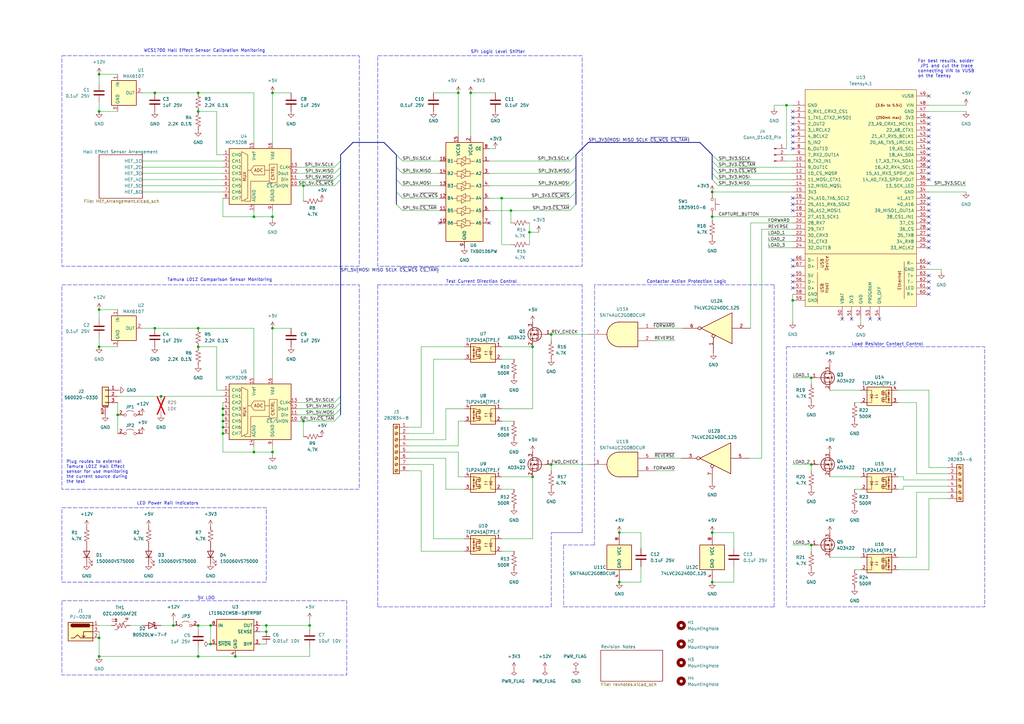
<source format=kicad_sch>
(kicad_sch (version 20230121) (generator eeschema)
  (paper "A3")
  (title_block (title "WCS1700 Calibrator") (date "2023-08-08") (rev "2.0") (comment 1 "Ed Katynski") (comment 2 "(PENDING REVIEW)"))
  (junction (at 292.1 88.9))
  (junction (at 127 256.54))
  (junction (at 91.44 172.72))
  (junction (at 111.76 134.62))
  (junction (at 91.44 167.64))
  (junction (at 205.74 81.28))
  (junction (at 292.1 238.76))
  (junction (at 226.06 190.5))
  (junction (at 86.36 256.54))
  (junction (at 86.36 264.16))
  (junction (at 81.28 256.54))
  (junction (at 63.5 38.1))
  (junction (at 40.64 45.72))
  (junction (at 193.04 38.1))
  (junction (at 40.64 269.24))
  (junction (at 91.44 177.8))
  (junction (at 292.1 218.44))
  (junction (at 48.26 170.18))
  (junction (at 66.04 162.56))
  (junction (at 91.44 170.18))
  (junction (at 217.17 95.25))
  (junction (at 209.55 86.36))
  (junction (at 322.58 43.18))
  (junction (at 332.74 223.52))
  (junction (at 81.28 38.1))
  (junction (at 124.46 172.72))
  (junction (at 81.28 134.62))
  (junction (at 187.96 38.1))
  (junction (at 109.22 256.54))
  (junction (at 109.22 259.08))
  (junction (at 91.44 175.26))
  (junction (at 96.52 269.24))
  (junction (at 40.64 261.62))
  (junction (at 71.12 256.54))
  (junction (at 40.64 30.48))
  (junction (at 40.64 127))
  (junction (at 332.74 154.94))
  (junction (at 325.12 123.19))
  (junction (at 254 218.44))
  (junction (at 254 238.76))
  (junction (at 111.76 88.9))
  (junction (at 104.14 185.42))
  (junction (at 81.28 45.72))
  (junction (at 332.74 190.5))
  (junction (at 111.76 38.1))
  (junction (at 218.44 195.58))
  (junction (at 111.76 185.42))
  (junction (at 226.06 137.16))
  (junction (at 40.64 142.24))
  (junction (at 63.5 134.62))
  (junction (at 81.28 269.24))
  (junction (at 81.28 142.24))
  (junction (at 292.1 78.74))
  (junction (at 218.44 142.24))
  (junction (at 104.14 88.9))
  (junction (at 124.46 76.2))
  (no_connect (at 381 93.98))
  (no_connect (at 381 91.44))
  (no_connect (at 381 53.34))
  (no_connect (at 381 60.96))
  (no_connect (at 180.34 91.44))
  (no_connect (at 381 101.6))
  (no_connect (at 325.12 45.72))
  (no_connect (at 381 96.52))
  (no_connect (at 381 99.06))
  (no_connect (at 381 88.9))
  (no_connect (at 325.12 113.03))
  (no_connect (at 381 113.03))
  (no_connect (at 325.12 109.22))
  (no_connect (at 325.12 115.57))
  (no_connect (at 381 50.8))
  (no_connect (at 325.12 53.34))
  (no_connect (at 381 39.37))
  (no_connect (at 345.44 130.81))
  (no_connect (at 325.12 55.88))
  (no_connect (at 325.12 118.11))
  (no_connect (at 381 66.04))
  (no_connect (at 381 115.57))
  (no_connect (at 381 68.58))
  (no_connect (at 360.68 130.81))
  (no_connect (at 381 83.82))
  (no_connect (at 325.12 48.26))
  (no_connect (at 381 55.88))
  (no_connect (at 349.25 130.81))
  (no_connect (at 381 118.11))
  (no_connect (at 325.12 50.8))
  (no_connect (at 381 81.28))
  (no_connect (at 381 58.42))
  (no_connect (at 325.12 60.96))
  (no_connect (at 325.12 58.42))
  (no_connect (at 381 63.5))
  (no_connect (at 200.66 91.44))
  (no_connect (at 381 48.26))
  (no_connect (at 325.12 86.36))
  (no_connect (at 381 73.66))
  (no_connect (at 325.12 83.82))
  (no_connect (at 381 86.36))
  (no_connect (at 381 120.65))
  (no_connect (at 381 71.12))
  (no_connect (at 356.87 130.81))
  (no_connect (at 325.12 81.28))
  (no_connect (at 325.12 106.68))
  (no_connect (at 381 107.95))
  (bus_entry (at 292.1 71.12) (size 2.54 2.54))
  (bus_entry (at 292.1 63.5) (size 2.54 2.54))
  (bus_entry (at 137.16 172.72) (size 2.54 -2.54))
  (bus_entry (at 137.16 73.66) (size 2.54 -2.54))
  (bus_entry (at 162.56 73.66) (size 2.54 2.54))
  (bus_entry (at 236.22 68.58) (size -2.54 2.54))
  (bus_entry (at 137.16 76.2) (size 2.54 -2.54))
  (bus_entry (at 137.16 71.12) (size 2.54 -2.54))
  (bus_entry (at 162.56 68.58) (size 2.54 2.54))
  (bus_entry (at 236.22 83.82) (size -2.54 2.54))
  (bus_entry (at 162.56 63.5) (size 2.54 2.54))
  (bus_entry (at 236.22 63.5) (size -2.54 2.54))
  (bus_entry (at 236.22 73.66) (size -2.54 2.54))
  (bus_entry (at 137.16 167.64) (size 2.54 -2.54))
  (bus_entry (at 162.56 83.82) (size 2.54 2.54))
  (bus_entry (at 292.1 66.04) (size 2.54 2.54))
  (bus_entry (at 137.16 165.1) (size 2.54 -2.54))
  (bus_entry (at 236.22 78.74) (size -2.54 2.54))
  (bus_entry (at 292.1 73.66) (size 2.54 2.54))
  (bus_entry (at 137.16 170.18) (size 2.54 -2.54))
  (bus_entry (at 292.1 68.58) (size 2.54 2.54))
  (bus_entry (at 162.56 78.74) (size 2.54 2.54))
  (bus_entry (at 137.16 68.58) (size 2.54 -2.54))
  (polyline (pts (xy 231.14 248.92) (xy 317.5 248.92)) (stroke (width 0) (type dash)))
  (wire (pts (xy 209.55 86.36) (xy 233.68 86.36)))
  (wire (pts (xy 292.1 88.9) (xy 325.12 88.9)))
  (wire (pts (xy 91.44 88.9) (xy 104.14 88.9)))
  (wire (pts (xy 96.52 269.24) (xy 127 269.24)))
  (wire (pts (xy 40.64 30.48) (xy 48.26 30.48)))
  (wire (pts (xy 172.72 193.04) (xy 172.72 226.06)))
  (polyline (pts (xy 231.14 223.52) (xy 231.14 248.92)) (stroke (width 0) (type dash)))
  (wire (pts (xy 48.26 170.18) (xy 48.26 177.8)))
  (wire (pts (xy 81.28 258.064) (xy 81.28 256.54)))
  (wire (pts (xy 368.3 200.66) (xy 370.586 200.66)))
  (wire (pts (xy 106.68 259.08) (xy 109.22 259.08)))
  (wire (pts (xy 172.72 175.26) (xy 172.72 142.24)))
  (wire (pts (xy 58.42 68.58) (xy 91.44 68.58)))
  (wire (pts (xy 104.14 86.36) (xy 104.14 88.9)))
  (wire (pts (xy 111.76 90.17) (xy 111.76 88.9)))
  (wire (pts (xy 386.08 111.76) (xy 386.08 110.49)))
  (wire (pts (xy 121.92 71.12) (xy 137.16 71.12)))
  (wire (pts (xy 325.12 120.65) (xy 325.12 123.19)))
  (wire (pts (xy 40.64 30.48) (xy 40.64 34.29)))
  (wire (pts (xy 368.3 195.58) (xy 370.586 195.58)))
  (wire (pts (xy 48.26 162.56) (xy 66.04 162.56)))
  (wire (pts (xy 350.52 200.66) (xy 353.06 200.66)))
  (wire (pts (xy 104.14 38.1) (xy 104.14 58.42)))
  (wire (pts (xy 350.52 165.1) (xy 353.06 165.1)))
  (wire (pts (xy 375.92 228.6) (xy 375.92 201.93)))
  (wire (pts (xy 91.44 165.1) (xy 91.44 167.64)))
  (wire (pts (xy 269.24 187.96) (xy 279.4 187.96)))
  (bus (pts (xy 236.22 63.5) (xy 241.3 58.42)))
  (wire (pts (xy 111.76 38.1) (xy 111.76 58.42)))
  (wire (pts (xy 375.92 165.1) (xy 375.92 194.31)))
  (wire (pts (xy 71.12 256.54) (xy 66.04 256.54)))
  (wire (pts (xy 182.88 180.34) (xy 182.88 167.64)))
  (wire (pts (xy 88.9 142.24) (xy 88.9 160.02)))
  (wire (pts (xy 325.12 132.08) (xy 325.12 123.19)))
  (wire (pts (xy 91.44 170.18) (xy 91.44 172.72)))
  (polyline (pts (xy 243.84 223.52) (xy 231.14 223.52)) (stroke (width 0) (type dash)))
  (wire (pts (xy 217.17 95.25) (xy 217.17 100.33)))
  (wire (pts (xy 167.64 193.04) (xy 172.72 193.04)))
  (wire (pts (xy 91.44 167.64) (xy 91.44 170.18)))
  (wire (pts (xy 86.36 256.54) (xy 86.36 264.16)))
  (wire (pts (xy 91.44 185.42) (xy 104.14 185.42)))
  (wire (pts (xy 167.64 180.34) (xy 182.88 180.34)))
  (wire (pts (xy 396.24 78.74) (xy 381 78.74)))
  (wire (pts (xy 200.66 66.04) (xy 233.68 66.04)))
  (wire (pts (xy 368.3 228.6) (xy 375.92 228.6)))
  (polyline (pts (xy 226.06 248.92) (xy 226.06 218.44)) (stroke (width 0) (type dash)))
  (wire (pts (xy 40.64 45.72) (xy 40.64 41.91)))
  (wire (pts (xy 294.64 71.12) (xy 325.12 71.12)))
  (wire (pts (xy 368.3 233.68) (xy 381 233.68)))
  (wire (pts (xy 332.74 193.04) (xy 332.74 190.5)))
  (bus (pts (xy 236.22 73.66) (xy 236.22 78.74)))
  (wire (pts (xy 167.64 182.88) (xy 187.96 182.88)))
  (wire (pts (xy 40.64 259.08) (xy 40.64 261.62)))
  (polyline (pts (xy 226.06 218.44) (xy 238.76 218.44)))
  (wire (pts (xy 182.88 187.96) (xy 182.88 200.66)))
  (wire (pts (xy 187.96 38.1) (xy 187.96 55.88)))
  (wire (pts (xy 40.64 142.24) (xy 40.64 138.43)))
  (wire (pts (xy 121.92 73.66) (xy 137.16 73.66)))
  (wire (pts (xy 353.06 132.334) (xy 353.06 130.81)))
  (wire (pts (xy 127 257.81) (xy 127 256.54)))
  (wire (pts (xy 180.34 76.2) (xy 165.1 76.2)))
  (wire (pts (xy 81.28 38.1) (xy 104.14 38.1)))
  (wire (pts (xy 91.44 175.26) (xy 91.44 177.8)))
  (polyline (pts (xy 154.94 116.84) (xy 154.94 248.92)) (stroke (width 0) (type dash)))
  (wire (pts (xy 124.46 172.72) (xy 137.16 172.72)))
  (wire (pts (xy 180.34 81.28) (xy 165.1 81.28)))
  (wire (pts (xy 340.36 228.6) (xy 353.06 228.6)))
  (wire (pts (xy 58.42 78.74) (xy 91.44 78.74)))
  (wire (pts (xy 193.04 38.1) (xy 193.04 55.88)))
  (wire (pts (xy 180.34 71.12) (xy 165.1 71.12)))
  (wire (pts (xy 322.58 63.5) (xy 325.12 63.5)))
  (wire (pts (xy 210.82 226.06) (xy 205.74 226.06)))
  (wire (pts (xy 58.42 134.62) (xy 63.5 134.62)))
  (wire (pts (xy 226.06 193.04) (xy 226.06 190.5)))
  (wire (pts (xy 40.64 127) (xy 40.64 130.81)))
  (wire (pts (xy 40.64 45.72) (xy 48.26 45.72)))
  (wire (pts (xy 172.72 142.24) (xy 190.5 142.24)))
  (wire (pts (xy 269.24 139.7) (xy 276.86 139.7)))
  (bus (pts (xy 236.22 63.5) (xy 236.22 68.58)))
  (wire (pts (xy 314.96 96.52) (xy 325.12 96.52)))
  (wire (pts (xy 88.9 45.72) (xy 81.28 45.72)))
  (wire (pts (xy 104.14 182.88) (xy 104.14 185.42)))
  (wire (pts (xy 182.88 200.66) (xy 190.5 200.66)))
  (wire (pts (xy 109.22 256.54) (xy 109.22 259.08)))
  (bus (pts (xy 236.22 78.74) (xy 236.22 83.82)))
  (wire (pts (xy 172.72 226.06) (xy 190.5 226.06)))
  (polyline (pts (xy 238.76 116.84) (xy 154.94 116.84)) (stroke (width 0) (type dash)))
  (wire (pts (xy 40.64 142.24) (xy 48.26 142.24)))
  (wire (pts (xy 312.42 93.98) (xy 325.12 93.98)))
  (wire (pts (xy 121.92 165.1) (xy 137.16 165.1)))
  (wire (pts (xy 218.44 142.24) (xy 218.44 167.64)))
  (wire (pts (xy 58.42 76.2) (xy 91.44 76.2)))
  (wire (pts (xy 312.42 93.98) (xy 312.42 187.96)))
  (bus (pts (xy 139.7 162.56) (xy 139.7 165.1)))
  (wire (pts (xy 368.3 160.02) (xy 381 160.02)))
  (wire (pts (xy 58.42 66.04) (xy 91.44 66.04)))
  (wire (pts (xy 370.586 195.58) (xy 370.586 196.85)))
  (wire (pts (xy 210.82 147.32) (xy 205.74 147.32)))
  (wire (pts (xy 314.96 99.06) (xy 325.12 99.06)))
  (wire (pts (xy 121.92 170.18) (xy 137.16 170.18)))
  (bus (pts (xy 162.56 63.5) (xy 157.48 58.42)))
  (wire (pts (xy 218.44 195.58) (xy 205.74 195.58)))
  (wire (pts (xy 269.24 134.62) (xy 279.908 134.62)))
  (wire (pts (xy 91.44 177.8) (xy 91.44 185.42)))
  (wire (pts (xy 205.74 81.28) (xy 233.68 81.28)))
  (wire (pts (xy 375.92 194.31) (xy 388.62 194.31)))
  (wire (pts (xy 81.28 142.24) (xy 88.9 142.24)))
  (wire (pts (xy 111.76 185.42) (xy 104.14 185.42)))
  (wire (pts (xy 124.46 82.55) (xy 124.46 76.2)))
  (bus (pts (xy 292.1 66.04) (xy 292.1 68.58)))
  (wire (pts (xy 340.36 160.02) (xy 353.06 160.02)))
  (wire (pts (xy 167.64 187.96) (xy 182.88 187.96)))
  (wire (pts (xy 177.8 220.98) (xy 190.5 220.98)))
  (wire (pts (xy 111.76 86.36) (xy 111.76 88.9)))
  (wire (pts (xy 226.06 137.16) (xy 241.3 137.16)))
  (wire (pts (xy 312.42 187.96) (xy 307.34 187.96)))
  (wire (pts (xy 111.76 134.62) (xy 119.38 134.62)))
  (wire (pts (xy 187.96 182.88) (xy 187.96 172.72)))
  (bus (pts (xy 236.22 68.58) (xy 236.22 73.66)))
  (wire (pts (xy 53.34 256.54) (xy 58.42 256.54)))
  (wire (pts (xy 40.64 269.24) (xy 81.28 269.24)))
  (wire (pts (xy 111.76 182.88) (xy 111.76 185.42)))
  (wire (pts (xy 218.44 195.58) (xy 218.44 220.98)))
  (wire (pts (xy 370.586 200.66) (xy 370.586 199.39)))
  (bus (pts (xy 139.7 68.58) (xy 139.7 71.12)))
  (wire (pts (xy 269.24 193.04) (xy 276.86 193.04)))
  (wire (pts (xy 322.58 43.18) (xy 322.58 60.96)))
  (wire (pts (xy 218.44 142.24) (xy 205.74 142.24)))
  (wire (pts (xy 381 191.77) (xy 388.62 191.77)))
  (wire (pts (xy 177.8 190.5) (xy 177.8 220.98)))
  (wire (pts (xy 332.74 223.52) (xy 325.12 223.52)))
  (wire (pts (xy 167.64 177.8) (xy 177.8 177.8)))
  (wire (pts (xy 121.92 68.58) (xy 137.16 68.58)))
  (wire (pts (xy 300.99 224.79) (xy 300.99 218.44)))
  (wire (pts (xy 66.04 162.56) (xy 91.44 162.56)))
  (wire (pts (xy 187.96 185.42) (xy 187.96 195.58)))
  (wire (pts (xy 40.64 127) (xy 48.26 127)))
  (wire (pts (xy 48.26 165.1) (xy 48.26 170.18)))
  (polyline (pts (xy 243.84 116.84) (xy 243.84 223.52)) (stroke (width 0) (type dash)))
  (bus (pts (xy 157.48 58.42) (xy 144.78 58.42)))
  (wire (pts (xy 381 160.02) (xy 381 191.77)))
  (wire (pts (xy 109.22 264.16) (xy 106.68 264.16)))
  (wire (pts (xy 81.28 269.24) (xy 96.52 269.24)))
  (wire (pts (xy 104.14 88.9) (xy 111.76 88.9)))
  (wire (pts (xy 332.74 226.06) (xy 332.74 223.52)))
  (wire (pts (xy 375.92 201.93) (xy 388.62 201.93)))
  (wire (pts (xy 210.82 172.72) (xy 205.74 172.72)))
  (wire (pts (xy 167.64 190.5) (xy 177.8 190.5)))
  (bus (pts (xy 287.02 58.42) (xy 292.1 63.5)))
  (wire (pts (xy 187.96 38.1) (xy 177.8 38.1)))
  (wire (pts (xy 307.848 91.44) (xy 325.12 91.44)))
  (bus (pts (xy 162.56 68.58) (xy 162.56 73.66)))
  (wire (pts (xy 205.74 100.33) (xy 205.74 81.28)))
  (bus (pts (xy 162.56 73.66) (xy 162.56 78.74)))
  (wire (pts (xy 127 254) (xy 127 256.54)))
  (wire (pts (xy 386.08 110.49) (xy 381 110.49)))
  (wire (pts (xy 332.74 157.48) (xy 332.74 154.94)))
  (wire (pts (xy 205.74 167.64) (xy 218.44 167.64)))
  (wire (pts (xy 332.74 190.5) (xy 325.12 190.5)))
  (wire (pts (xy 317.5 44.45) (xy 317.5 43.18)))
  (wire (pts (xy 203.2 60.96) (xy 200.66 60.96)))
  (wire (pts (xy 292.1 78.74) (xy 325.12 78.74)))
  (wire (pts (xy 292.1 90.17) (xy 292.1 88.9)))
  (bus (pts (xy 139.7 165.1) (xy 139.7 167.64)))
  (wire (pts (xy 322.58 43.18) (xy 325.12 43.18)))
  (wire (pts (xy 177.8 147.32) (xy 190.5 147.32)))
  (wire (pts (xy 127 265.43) (xy 127 269.24)))
  (wire (pts (xy 81.28 265.684) (xy 81.28 269.24)))
  (wire (pts (xy 314.96 101.6) (xy 325.12 101.6)))
  (polyline (pts (xy 154.94 248.92) (xy 226.06 248.92)) (stroke (width 0) (type dash)))
  (wire (pts (xy 381 233.68) (xy 381 204.47)))
  (wire (pts (xy 121.92 172.72) (xy 124.46 172.72)))
  (bus (pts (xy 292.1 71.12) (xy 292.1 73.66)))
  (wire (pts (xy 167.64 185.42) (xy 187.96 185.42)))
  (polyline (pts (xy 317.5 116.84) (xy 243.84 116.84)) (stroke (width 0) (type dash)))
  (wire (pts (xy 262.89 218.44) (xy 254 218.44)))
  (wire (pts (xy 205.74 220.98) (xy 218.44 220.98)))
  (wire (pts (xy 109.22 256.54) (xy 127 256.54)))
  (wire (pts (xy 209.55 100.33) (xy 205.74 100.33)))
  (wire (pts (xy 381 204.47) (xy 388.62 204.47)))
  (wire (pts (xy 300.99 238.76) (xy 292.1 238.76)))
  (wire (pts (xy 200.66 76.2) (xy 233.68 76.2)))
  (wire (pts (xy 209.55 86.36) (xy 209.55 91.44)))
  (wire (pts (xy 262.89 224.79) (xy 262.89 218.44)))
  (wire (pts (xy 40.64 256.54) (xy 45.72 256.54)))
  (wire (pts (xy 294.64 73.66) (xy 325.12 73.66)))
  (wire (pts (xy 187.96 172.72) (xy 190.5 172.72)))
  (bus (pts (xy 139.7 167.64) (xy 139.7 170.18)))
  (wire (pts (xy 111.76 186.69) (xy 111.76 185.42)))
  (bus (pts (xy 139.7 71.12) (xy 139.7 73.66)))
  (wire (pts (xy 370.586 199.39) (xy 388.62 199.39)))
  (wire (pts (xy 81.28 134.62) (xy 104.14 134.62)))
  (wire (pts (xy 91.44 63.5) (xy 88.9 63.5)))
  (wire (pts (xy 322.58 66.04) (xy 325.12 66.04)))
  (wire (pts (xy 368.3 165.1) (xy 375.92 165.1)))
  (wire (pts (xy 91.44 172.72) (xy 91.44 175.26)))
  (wire (pts (xy 40.64 261.62) (xy 40.64 269.24)))
  (wire (pts (xy 58.42 71.12) (xy 91.44 71.12)))
  (wire (pts (xy 200.66 81.28) (xy 205.74 81.28)))
  (wire (pts (xy 124.46 76.2) (xy 121.92 76.2)))
  (wire (pts (xy 294.64 66.04) (xy 307.848 66.04)))
  (wire (pts (xy 396.24 76.2) (xy 381 76.2)))
  (bus (pts (xy 292.1 68.58) (xy 292.1 71.12)))
  (wire (pts (xy 104.14 134.62) (xy 104.14 154.94)))
  (wire (pts (xy 294.64 76.2) (xy 325.12 76.2)))
  (bus (pts (xy 139.7 66.04) (xy 139.7 68.58)))
  (wire (pts (xy 217.17 95.25) (xy 220.98 95.25)))
  (polyline (pts (xy 238.76 218.44) (xy 238.76 116.84)) (stroke (width 0) (type dash)))
  (wire (pts (xy 226.06 139.7) (xy 226.06 137.16)))
  (wire (pts (xy 180.34 66.04) (xy 165.1 66.04)))
  (wire (pts (xy 58.42 73.66) (xy 91.44 73.66)))
  (wire (pts (xy 88.9 160.02) (xy 91.44 160.02)))
  (wire (pts (xy 200.66 71.12) (xy 233.68 71.12)))
  (wire (pts (xy 63.5 38.1) (xy 81.28 38.1)))
  (wire (pts (xy 300.99 232.41) (xy 300.99 238.76)))
  (wire (pts (xy 187.96 195.58) (xy 190.5 195.58)))
  (wire (pts (xy 177.8 177.8) (xy 177.8 147.32)))
  (bus (pts (xy 292.1 63.5) (xy 292.1 66.04)))
  (wire (pts (xy 300.99 218.44) (xy 292.1 218.44)))
  (wire (pts (xy 396.24 45.72) (xy 381 45.72)))
  (wire (pts (xy 167.64 175.26) (xy 172.72 175.26)))
  (wire (pts (xy 124.46 76.2) (xy 137.16 76.2)))
  (wire (pts (xy 262.89 238.76) (xy 254 238.76)))
  (wire (pts (xy 58.42 38.1) (xy 63.5 38.1)))
  (wire (pts (xy 63.5 134.62) (xy 81.28 134.62)))
  (wire (pts (xy 262.89 232.41) (xy 262.89 238.76)))
  (wire (pts (xy 106.68 256.54) (xy 109.22 256.54)))
  (wire (pts (xy 370.586 196.85) (xy 388.62 196.85)))
  (wire (pts (xy 226.06 190.5) (xy 241.3 190.5)))
  (wire (pts (xy 91.44 81.28) (xy 91.44 88.9)))
  (wire (pts (xy 200.66 86.36) (xy 209.55 86.36)))
  (wire (pts (xy 182.88 167.64) (xy 190.5 167.64)))
  (polyline (pts (xy 317.5 248.92) (xy 317.5 116.84)) (stroke (width 0) (type dash)))
  (bus (pts (xy 139.7 73.66) (xy 139.7 162.56)))
  (bus (pts (xy 241.3 58.42) (xy 287.02 58.42)))
  (bus (pts (xy 162.56 78.74) (xy 162.56 83.82)))
  (wire (pts (xy 350.52 233.68) (xy 353.06 233.68)))
  (wire (pts (xy 217.17 91.44) (xy 217.17 95.25)))
  (bus (pts (xy 139.7 63.5) (xy 139.7 66.04)))
  (wire (pts (xy 396.24 43.18) (xy 381 43.18)))
  (wire (pts (xy 111.76 134.62) (xy 111.76 154.94)))
  (wire (pts (xy 307.848 91.44) (xy 307.848 134.62)))
  (wire (pts (xy 210.82 200.66) (xy 205.74 200.66)))
  (wire (pts (xy 124.46 172.72) (xy 124.46 179.07)))
  (wire (pts (xy 81.28 256.54) (xy 86.36 256.54)))
  (wire (pts (xy 317.5 43.18) (xy 322.58 43.18)))
  (wire (pts (xy 111.76 38.1) (xy 119.38 38.1)))
  (wire (pts (xy 325.12 154.94) (xy 332.74 154.94)))
  (wire (pts (xy 88.9 63.5) (xy 88.9 45.72)))
  (wire (pts (xy 71.12 254) (xy 71.12 256.54)))
  (wire (pts (xy 340.36 195.58) (xy 353.06 195.58)))
  (wire (pts (xy 121.92 167.64) (xy 137.16 167.64)))
  (bus (pts (xy 162.56 63.5) (xy 162.56 68.58)))
  (wire (pts (xy 294.64 68.58) (xy 325.12 68.58)))
  (bus (pts (xy 139.7 63.5) (xy 144.78 58.42)))
  (wire (pts (xy 180.34 86.36) (xy 165.1 86.36)))
  (wire (pts (xy 193.04 38.1) (xy 203.2 38.1)))
  (rectangle (start 25.4 116.84) (end 147.32 200.66) (stroke (width 0) (type dash)))
  (rectangle (start 25.4 22.86) (end 147.32 109.22) (stroke (width 0) (type dash)))
  (rectangle (start 322.58 142.24) (end 403.86 248.92) (stroke (width 0) (type dash)))
  (rectangle (start 25.4 208.28) (end 109.22 238.76) (stroke (width 0) (type dash)))
  (rectangle (start 154.94 22.86) (end 238.76 109.22) (stroke (width 0) (type dash)))
  (rectangle (start 25.4 246.38) (end 142.24 276.86) (stroke (width 0) (type dash)))
  (text "Contactor Action Protection Logic" (at 265.176 116.332 0) (effects (font (size 1.27 1.27)) (justify left bottom)))
  (text "For best results, solder\n JP1 and cut the trace\nconnecting VIN to VUSB\non the Teensy" (at 376.428 32.004 0) (effects (font (size 1.27 1.27)) (justify left bottom)))
  (text "LED Power Rail Indicators" (at 56.134 207.264 0) (effects (font (size 1.27 1.27)) (justify left bottom)))
  (text "Plug routes to external \nTamura L01Z Hall Effect \nsensor for use monitoring\nthe current source during\nthe test" (at 27.178 198.374 0) (effects (font (size 1.27 1.27)) (justify left bottom)))
  (text "5V LDO" (at 81.026 246.126 0) (effects (font (size 1.27 1.27)) (justify left bottom)))
  (text "Test Current Direction Control" (at 182.88 116.332 0) (effects (font (size 1.27 1.27)) (justify left bottom)))
  (text "WCS1700 Hall Effect Sensor Calibration Monitoring" (at 58.928 21.59 0) (effects (font (size 1.27 1.27)) (justify left bottom)))
  (text "Load Resistor Contact Control" (at 349.25 141.986 0) (effects (font (size 1.27 1.27)) (justify left bottom)))
  (text "SPI Logic Level Shifter" (at 193.04 22.098 0) (effects (font (size 1.27 1.27)) (justify left bottom)))
  (text "Tamura L01Z Comparison Sensor Monitoring" (at 68.58 115.57 0) (effects (font (size 1.27 1.27)) (justify left bottom)))
  (label "SPI_3V3.~{CS_WCS}" (at 294.64 71.12 0))
  (label "SPI_5V{MOSI MISO SCLK ~{CS_WCS} ~{CS_TAM}}" (at 139.7 111.76 0))
  (label "CAPTURE_BUTTON" (at 294.64 88.9 0))
  (label "SPI_5V.SCLK" (at 165.1 66.04 0))
  (label "FORWARD" (at 276.86 193.04 180))
  (label "LOAD_2" (at 314.96 99.06 0))
  (label "SPI_5V.SCLK" (at 137.16 165.1 180))
  (label "SPI_3V3.SCLK" (at 307.848 66.04 180))
  (label "LOAD_1" (at 314.96 96.52 0))
  (label "SPI_3V3.MOSI" (at 294.64 73.66 0))
  (label "SPI_5V.~{CS_WCS}" (at 136.906 76.2 180))
  (label "FWD_CHECK" (at 226.06 190.5 0))
  (label "SPI_5V.~{CS_WCS}" (at 165.1 81.28 0))
  (label "SPI_3V3.SCLK" (at 396.24 76.2 180))
  (label "SPI_3V3.~{CS_TAM}" (at 233.68 86.36 180))
  (label "SPI_5V.MISO" (at 137.16 167.64 180))
  (label "SPI_3V3.MISO" (at 294.64 76.2 0))
  (label "SPI_5V.MOSI" (at 165.1 76.2 0))
  (label "SPI_3V3.SCLK" (at 233.68 66.04 180))
  (label "SPI_5V.SCLK" (at 136.906 68.58 180))
  (label "LOAD_3" (at 314.96 101.6 0))
  (label "SPI_3V3.~{CS_WCS}" (at 233.68 81.28 180))
  (label "SPI_5V.MISO" (at 165.1 71.12 0))
  (label "REVERSE" (at 314.96 93.98 0))
  (label "~{REVERSE}" (at 276.86 187.96 180))
  (label "LOAD_2" (at 325.12 190.5 0))
  (label "REV_CHECK" (at 226.06 137.16 0))
  (label "LOAD_1" (at 325.12 154.94 0))
  (label "SPI_5V.~{CS_TAM}" (at 165.1 86.36 0))
  (label "FORWARD" (at 314.96 91.44 0))
  (label "SPI_3V3.MISO" (at 233.68 71.12 180))
  (label "SPI_5V.~{CS_TAM}" (at 137.16 172.72 180))
  (label "SPI_3V3{MOSI MISO SCLK ~{CS_WCS} ~{CS_TAM}}" (at 241.3 58.42 0))
  (label "SPI_3V3.~{CS_TAM}" (at 294.64 68.58 0))
  (label "SPI_5V.MOSI" (at 136.906 73.66 180))
  (label "REVERSE" (at 276.86 139.7 180))
  (label "SPI_5V.MISO" (at 136.906 71.12 180))
  (label "SPI_5V.MOSI" (at 137.16 170.18 180))
  (label "LOAD_3" (at 325.12 223.52 0))
  (label "~{FORWARD}" (at 276.86 134.62 180))
  (label "SPI_3V3.MOSI" (at 233.68 76.2 180))
  (symbol (lib_id "Device:R_US") (at 128.27 179.07 270) (mirror x) (unit 1)
    (property "Reference" "R9" (at 126.746 181.864 90) (effects (justify left)))
    (property "Value" "4.7K" (at 125.984 184.404 90) (effects (justify left)))
    (property "Footprint" "Resistor_SMD:R_0402_1005Metric_Pad0.72x0.64mm_HandSolder" (effects hide))
  )
  (symbol (lib_id "Device:R_US") (at 226.06 143.51 0) (mirror y) (unit 1)
    (property "Reference" "R16" (at 232.41 142.24 0) (effects (justify left)))
    (property "Value" "4.7K" (at 232.41 144.78 0) (effects (justify left)))
    (property "Footprint" "Resistor_SMD:R_0402_1005Metric_Pad0.72x0.64mm_HandSolder" (effects hide))
  )
  (symbol (lib_id "Device:C") (at 262.89 228.6 0) (unit 1)
    (property "Reference" "C12" (at 266.7 227.3299 0) (effects (justify left)))
    (property "Value" "0.1uF 25V" (at 266.7 229.8699 0) (effects (justify left)))
    (property "Footprint" "Capacitor_SMD:C_0402_1005Metric_Pad0.74x0.62mm_HandSolder" (effects hide))
  )
  (symbol (lib_id "power:GND") (at 81.28 53.34 0) (mirror y) (unit 1)
    (property "Reference" "#PWR017" (effects hide))
    (property "Value" "GND" (at 81.28 58.42 0))
  )
  (symbol (lib_id "power:+5V") (at 111.76 38.1 0) (mirror y) (unit 1)
    (property "Reference" "#PWR021" (effects hide))
    (property "Value" "+5V" (at 111.76 33.02 0))
  )
  (symbol (lib_id "Device:LED") (at 60.96 227.33 90) (unit 1)
    (property "Reference" "D3" (at 64.77 227.6475 90) (effects (justify right)))
    (property "Value" "150060VS75000" (at 64.77 230.1875 90) (effects (justify right)))
    (property "Footprint" "LED_SMD:LED_0603_1608Metric_Pad1.05x0.95mm_HandSolder" (effects hide))
    (property "Datasheet" "https://www.we-online.com/components/products/datasheet/150060VS75000.pdf" (effects hide))
  )
  (symbol (lib_id "Device:LED") (at 86.36 227.33 90) (unit 1)
    (property "Reference" "D4" (at 90.17 227.6475 90) (effects (justify right)))
    (property "Value" "150060VS75000" (at 90.17 230.1875 90) (effects (justify right)))
    (property "Footprint" "LED_SMD:LED_0603_1608Metric_Pad1.05x0.95mm_HandSolder" (effects hide))
    (property "Datasheet" "https://www.we-online.com/components/products/datasheet/150060VS75000.pdf" (effects hide))
  )
  (symbol (lib_id "Relay_SolidState:TLP222A") (at 360.68 198.12 0) (unit 1)
    (property "Reference" "U15" (at 360.68 190.246 0))
    (property "Value" "TLP241A(TP1,F" (at 360.68 192.786 0))
    (property "Footprint" "OptoDevice:OnSemi_CASE100CY" (effects hide))
    (property "Datasheet" "https://toshiba.semicon-storage.com/info/TLP241A_datasheet_en_20200217.pdf?did=14237&prodName=TLP241A" (effects hide))
  )
  (symbol (lib_id "power:GND") (at 35.56 231.14 0) (unit 1)
    (property "Reference" "#PWR02" (effects hide))
    (property "Value" "GND" (at 35.56 236.22 0))
  )
  (symbol (lib_id "74xGxx:74LVC2G240") (at 292.1 228.6 0) (mirror y) (unit 3)
    (property "Reference" "U12" (at 286.512 232.664 0) (effects (justify left)))
    (property "Value" "74LVC2G240DC,125" (at 289.814 235.204 0) (effects (justify left)))
    (property "Footprint" "Package_SO:VSSOP-8_2.3x2mm_P0.5mm" (effects hide))
    (property "Datasheet" "http://www.ti.com/lit/sg/scyt129e/scyt129e.pdf" (effects hide))
  )
  (symbol (lib_id "power:GND") (at 63.5 45.72 0) (mirror y) (unit 1)
    (property "Reference" "#PWR015" (effects hide))
    (property "Value" "GND" (at 63.5 50.8 0))
  )
  (symbol (lib_id "power:GND") (at 350.52 208.28 0) (unit 1)
    (property "Reference" "#PWR065" (effects hide))
    (property "Value" "GND" (at 350.52 213.36 0))
  )
  (symbol (lib_id "power:+5V") (at 187.96 38.1 0) (unit 1)
    (property "Reference" "#PWR031" (effects hide))
    (property "Value" "+5V" (at 185.42 33.02 0))
  )
  (symbol (lib_id "Relay_SolidState:TLP222A") (at 360.68 162.56 0) (unit 1)
    (property "Reference" "U14" (at 360.68 154.686 0))
    (property "Value" "TLP241A(TP1,F" (at 360.68 157.226 0))
    (property "Footprint" "OptoDevice:OnSemi_CASE100CY" (effects hide))
    (property "Datasheet" "https://toshiba.semicon-storage.com/info/TLP241A_datasheet_en_20200217.pdf?did=14237&prodName=TLP241A" (effects hide))
  )
  (symbol (lib_id "Device:R_US") (at 210.82 204.47 0) (mirror y) (unit 1)
    (property "Reference" "R12" (at 209.042 203.835 0) (effects (justify left)))
    (property "Value" "500R" (at 209.042 206.375 0) (effects (justify left)))
    (property "Footprint" "Resistor_SMD:R_0402_1005Metric_Pad0.72x0.64mm_HandSolder" (effects hide))
  )
  (symbol (lib_id "Relay_SolidState:TLP222A") (at 198.12 223.52 0) (mirror y) (unit 1)
    (property "Reference" "U10" (at 198.12 215.646 0))
    (property "Value" "TLP241A(TP1,F" (at 198.12 218.186 0))
    (property "Footprint" "OptoDevice:OnSemi_CASE100CY" (effects hide))
    (property "Datasheet" "https://toshiba.semicon-storage.com/info/TLP241A_datasheet_en_20200217.pdf?did=14237&prodName=TLP241A" (effects hide))
  )
  (symbol (lib_id "74xGxx:74LVC2G240") (at 292.1 187.96 180) (unit 2)
    (property "Reference" "U12" (at 292.862 176.784 0))
    (property "Value" "74LVC2G240DC,125" (at 292.862 179.324 0))
    (property "Footprint" "Package_SO:VSSOP-8_2.3x2mm_P0.5mm" (effects hide))
    (property "Datasheet" "http://www.ti.com/lit/sg/scyt129e/scyt129e.pdf" (effects hide))
  )
  (symbol (lib_id "power:GND") (at 292.1 238.76 0) (mirror y) (unit 1)
    (property "Reference" "#PWR054" (effects hide))
    (property "Value" "GND" (at 292.1 243.586 0))
  )
  (symbol (lib_id "power:+5V") (at 292.1 218.44 0) (mirror y) (unit 1)
    (property "Reference" "#PWR053" (effects hide))
    (property "Value" "+5V" (at 292.1 213.36 0))
  )
  (symbol (lib_id "power:GND") (at 226.06 200.66 0) (mirror y) (unit 1)
    (property "Reference" "#PWR046" (effects hide))
    (property "Value" "GND" (at 226.06 205.74 0))
  )
  (symbol (lib_id "Device:C") (at 63.5 41.91 0) (unit 1)
    (property "Reference" "C3" (at 66.675 40.6399 0) (effects (justify left)))
    (property "Value" "1uF 25V" (at 66.675 43.1799 0) (effects (justify left)))
    (property "Footprint" "Capacitor_SMD:C_0402_1005Metric_Pad0.74x0.62mm_HandSolder" (effects hide))
  )
  (symbol (lib_id "power:GND") (at 236.22 274.32 0) (mirror y) (unit 1)
    (property "Reference" "#PWR047" (effects hide))
    (property "Value" "GND" (at 236.22 279.4 0))
  )
  (symbol (lib_id "Device:R_US") (at 350.52 237.49 0) (unit 1)
    (property "Reference" "R24" (at 352.298 236.855 0) (effects (justify left)))
    (property "Value" "500R" (at 352.298 239.395 0) (effects (justify left)))
    (property "Footprint" "Resistor_SMD:R_0402_1005Metric_Pad0.72x0.64mm_HandSolder" (effects hide))
  )
  (symbol (lib_id "Switch:SW_Push") (at 292.1 83.82 270) (unit 1)
    (property "Reference" "SW1" (at 278.13 82.55 90) (effects (justify left)))
    (property "Value" "‎1825910-6‎" (at 278.13 85.09 90) (effects (justify left)))
    (property "Footprint" "Button_Switch_THT:SW_PUSH_6mm_H8mm" (effects hide))
    (property "Datasheet" "https://media.digikey.com/pdf/Data%20Sheets/Panasonic%20Electronic%20Components/ESE-20C,D.pdf" (effects hide))
  )
  (symbol (lib_id "Device:R_US") (at 35.56 219.71 0) (unit 1)
    (property "Reference" "R1" (at 29.21 218.44 0) (effects (justify left)))
    (property "Value" "4.7K" (at 29.21 220.98 0) (effects (justify left)))
    (property "Footprint" "Resistor_SMD:R_0402_1005Metric_Pad0.72x0.64mm_HandSolder" (effects hide))
  )
  (symbol (lib_id "power:GND") (at 81.28 149.86 0) (mirror y) (unit 1)
    (property "Reference" "#PWR018" (effects hide))
    (property "Value" "GND" (at 81.28 154.94 0))
  )
  (symbol (lib_id "Device:R_US") (at 213.36 100.33 270) (mirror x) (unit 1)
    (property "Reference" "R15" (at 211.836 103.124 90) (effects (justify left)))
    (property "Value" "4.7K" (at 211.074 105.664 90) (effects (justify left)))
    (property "Footprint" "Resistor_SMD:R_0402_1005Metric_Pad0.72x0.64mm_HandSolder" (effects hide))
  )
  (symbol (lib_id "power:+5V") (at 340.36 149.86 0) (unit 1)
    (property "Reference" "#PWR061" (effects hide))
    (property "Value" "+5V" (at 340.36 144.78 0))
  )
  (symbol (lib_id "power:PWR_FLAG") (at 210.82 274.32 0) (mirror x) (unit 1)
    (property "Reference" "#FLG02" (effects hide))
    (property "Value" "PWR_FLAG" (at 215.265 279.4 0) (effects (justify right)))
  )
  (symbol (lib_id "Device:R_US") (at 350.52 204.47 0) (unit 1)
    (property "Reference" "R23" (at 352.298 203.835 0) (effects (justify left)))
    (property "Value" "500R" (at 352.298 206.375 0) (effects (justify left)))
    (property "Footprint" "Resistor_SMD:R_0402_1005Metric_Pad0.72x0.64mm_HandSolder" (effects hide))
  )
  (symbol (lib_id "Device:C") (at 63.5 138.43 0) (unit 1)
    (property "Reference" "C4" (at 66.675 137.1599 0) (effects (justify left)))
    (property "Value" "1uF 25V" (at 66.675 139.6999 0) (effects (justify left)))
    (property "Footprint" "Capacitor_SMD:C_0402_1005Metric_Pad0.74x0.62mm_HandSolder" (effects hide))
  )
  (symbol (lib_id "power:GND") (at 325.12 132.08 0) (unit 1)
    (property "Reference" "#PWR057" (effects hide))
    (property "Value" "GND" (at 325.12 137.16 0))
  )
  (symbol (lib_id "Device:R_US") (at 60.96 219.71 0) (unit 1)
    (property "Reference" "R2" (at 54.61 218.44 0) (effects (justify left)))
    (property "Value" "4.7K" (at 54.61 220.98 0) (effects (justify left)))
    (property "Footprint" "Resistor_SMD:R_0402_1005Metric_Pad0.72x0.64mm_HandSolder" (effects hide))
  )
  (symbol (lib_id "power:GND") (at 292.1 97.79 0) (unit 1)
    (property "Reference" "#PWR051" (effects hide))
    (property "Value" "GND" (at 292.1 102.87 0))
  )
  (symbol (lib_id "power:GND") (at 226.06 147.32 0) (mirror y) (unit 1)
    (property "Reference" "#PWR045" (effects hide))
    (property "Value" "GND" (at 226.06 152.4 0))
  )
  (symbol (lib_id "Device:R_US") (at 213.36 91.44 270) (mirror x) (unit 1)
    (property "Reference" "R14" (at 211.836 94.234 90) (effects (justify left)))
    (property "Value" "4.7K" (at 211.074 96.774 90) (effects (justify left)))
    (property "Footprint" "Resistor_SMD:R_0402_1005Metric_Pad0.72x0.64mm_HandSolder" (effects hide))
  )
  (symbol (lib_id "power:GND") (at 317.5 44.45 0) (unit 1)
    (property "Reference" "#PWR056" (effects hide))
    (property "Value" "GND" (at 317.5 49.53 0))
  )
  (symbol (lib_id "Device:R_US") (at 81.28 146.05 0) (mirror y) (unit 1)
    (property "Reference" "R6" (at 78.74 144.78 0) (effects (justify left)))
    (property "Value" "2.2K 0.1%" (at 78.74 147.32 0) (effects (justify left)))
    (property "Footprint" "Resistor_SMD:R_0402_1005Metric_Pad0.72x0.64mm_HandSolder" (effects hide))
  )
  (symbol (lib_id "power:+5V") (at 218.44 185.42 0) (mirror y) (unit 1)
    (property "Reference" "#PWR042" (effects hide))
    (property "Value" "+5V" (at 218.44 180.34 0))
  )
  (symbol (lib_id "power:+5V") (at 132.08 179.07 0) (mirror y) (unit 1)
    (property "Reference" "#PWR029" (effects hide))
    (property "Value" "+5V" (at 132.08 174.498 0))
  )
  (symbol (lib_id "Device:R_US") (at 81.28 49.53 0) (mirror y) (unit 1)
    (property "Reference" "R4" (at 78.74 48.26 0) (effects (justify left)))
    (property "Value" "2.2K 0.1%" (at 78.74 50.8 0) (effects (justify left)))
    (property "Footprint" "Resistor_SMD:R_0402_1005Metric_Pad0.72x0.64mm_HandSolder" (effects hide))
  )
  (symbol (lib_id "power:GND") (at 66.04 170.18 0) (unit 1)
    (property "Reference" "#PWR096" (effects hide))
    (property "Value" "GND" (at 66.04 175.26 0))
  )
  (symbol (lib_id "Relay_SolidState:TLP222A") (at 198.12 144.78 0) (mirror y) (unit 1)
    (property "Reference" "U7" (at 198.12 136.906 0))
    (property "Value" "TLP241A(TP1,F" (at 198.12 139.446 0))
    (property "Footprint" "OptoDevice:OnSemi_CASE100CY" (effects hide))
    (property "Datasheet" "https://toshiba.semicon-storage.com/info/TLP241A_datasheet_en_20200217.pdf?did=14237&prodName=TLP241A" (effects hide))
  )
  (symbol (lib_id "Device:R_US") (at 86.36 219.71 0) (unit 1)
    (property "Reference" "R7" (at 80.01 218.44 0) (effects (justify left)))
    (property "Value" "4.7K" (at 80.01 220.98 0) (effects (justify left)))
    (property "Footprint" "Resistor_SMD:R_0402_1005Metric_Pad0.72x0.64mm_HandSolder" (effects hide))
  )
  (symbol (lib_id "Device:C") (at 81.28 261.874 0) (mirror y) (unit 1)
    (property "Reference" "C5" (at 78.105 260.6039 0) (effects (justify left)))
    (property "Value" "1uF 25V" (at 78.105 263.1439 0) (effects (justify left)))
    (property "Footprint" "Capacitor_SMD:C_0402_1005Metric_Pad0.74x0.62mm_HandSolder" (effects hide))
  )
  (symbol (lib_id "power:GND") (at 60.96 231.14 0) (unit 1)
    (property "Reference" "#PWR014" (effects hide))
    (property "Value" "GND" (at 60.96 236.22 0))
  )
  (symbol (lib_id "power:GND") (at 332.74 165.1 0) (unit 1)
    (property "Reference" "#PWR058" (effects hide))
    (property "Value" "GND" (at 332.74 170.18 0))
  )
  (symbol (lib_id "power:GND") (at 119.38 45.72 0) (mirror y) (unit 1)
    (property "Reference" "#PWR026" (effects hide))
    (property "Value" "GND" (at 119.38 50.8 0))
  )
  (symbol (lib_id "power:+5V") (at 111.76 134.62 0) (mirror y) (unit 1)
    (property "Reference" "#PWR023" (effects hide))
    (property "Value" "+5V" (at 111.76 129.54 0))
  )
  (symbol (lib_id "power:GND") (at 353.06 132.334 0) (unit 1)
    (property "Reference" "#PWR067" (effects hide))
    (property "Value" "GND" (at 353.06 137.414 0))
  )
  (symbol (lib_id "power:GND") (at 210.82 154.94 0) (mirror y) (unit 1)
    (property "Reference" "#PWR036" (effects hide))
    (property "Value" "GND" (at 210.82 160.02 0))
  )
  (symbol (lib_id "power:GND") (at 254 238.76 0) (mirror y) (unit 1)
    (property "Reference" "#PWR049" (effects hide))
    (property "Value" "GND" (at 254 243.586 0))
  )
  (symbol (lib_id "power:GND") (at 210.82 233.68 0) (mirror y) (unit 1)
    (property "Reference" "#PWR039" (effects hide))
    (property "Value" "GND" (at 210.82 238.76 0))
  )
  (symbol (lib_id "Jumper:Jumper_2_Open") (at 53.34 177.8 0) (mirror y) (unit 1)
    (property "Reference" "JP2" (at 53.34 174.498 0))
    (property "Value" "Jumper_2_Open" (effects hide))
    (property "Footprint" "Jumper:SolderJumper-2_P1.3mm_Open_TrianglePad1.0x1.5mm" (effects hide))
  )
  (symbol (lib_id "Device:C") (at 40.64 38.1 0) (mirror y) (unit 1)
    (property "Reference" "C1" (at 36.83 36.8299 0) (effects (justify left)))
    (property "Value" "0.1uF 25V" (at 36.83 39.3699 0) (effects (justify left)))
    (property "Footprint" "Capacitor_SMD:C_0402_1005Metric_Pad0.74x0.62mm_HandSolder" (effects hide))
  )
  (symbol (lib_id "power:+12V") (at 35.56 215.9 0) (unit 1)
    (property "Reference" "#PWR01" (effects hide))
    (property "Value" "+12V" (at 35.56 210.82 0))
  )
  (symbol (lib_id "power:GND") (at 292.1 198.12 0) (unit 1)
    (property "Reference" "#PWR052" (effects hide))
    (property "Value" "GND" (at 292.1 202.946 0))
  )
  (symbol (lib_id "Device:C") (at 119.38 41.91 0) (unit 1)
    (property "Reference" "C8" (at 123.19 40.6399 0) (effects (justify left)))
    (property "Value" "1uF 25V" (at 123.19 43.1799 0) (effects (justify left)))
    (property "Footprint" "Capacitor_SMD:C_0402_1005Metric_Pad0.74x0.62mm_HandSolder" (effects hide))
  )
  (symbol (lib_id "Connector:Conn_01x03_Pin") (at 317.5 63.5 0) (unit 1)
    (property "Reference" "J4" (at 312.674 53.848 0))
    (property "Value" "Conn_01x03_Pin" (at 312.674 56.388 0))
    (property "Footprint" "Connector_PinHeader_2.54mm:PinHeader_1x03_P2.54mm_Vertical" (effects hide))
  )
  (symbol (lib_id "power:PWR_FLAG") (at 236.22 274.32 0) (unit 1)
    (property "Reference" "#FLG04" (effects hide))
    (property "Value" "PWR_FLAG" (at 240.665 269.24 0) (effects (justify right)))
  )
  (symbol (lib_id "Device:R_US") (at 210.82 176.53 0) (mirror y) (unit 1)
    (property "Reference" "R11" (at 209.042 175.895 0) (effects (justify left)))
    (property "Value" "500R" (at 209.042 178.435 0) (effects (justify left)))
    (property "Footprint" "Resistor_SMD:R_0402_1005Metric_Pad0.72x0.64mm_HandSolder" (effects hide))
  )
  (symbol (lib_id "power:GND") (at 119.38 142.24 0) (mirror y) (unit 1)
    (property "Reference" "#PWR027" (effects hide))
    (property "Value" "GND" (at 119.38 147.32 0))
  )
  (symbol (lib_id "Transistor_FET:AO3400A") (at 337.82 190.5 0) (unit 1)
    (property "Reference" "Q4" (at 343.154 189.23 0) (effects (justify left)))
    (property "Value" "AO3422" (at 343.154 191.77 0) (effects (justify left)))
    (property "Footprint" "Package_TO_SOT_SMD:SOT-23" (effects hide))
    (property "Datasheet" "http://www.aosmd.com/pdfs/datasheet/AO3400A.pdf" (effects hide))
  )
  (symbol (lib_id "Device:R_US") (at 128.27 82.55 270) (mirror x) (unit 1)
    (property "Reference" "R8" (at 126.746 85.344 90) (effects (justify left)))
    (property "Value" "4.7K" (at 125.984 87.884 90) (effects (justify left)))
    (property "Footprint" "Resistor_SMD:R_0402_1005Metric_Pad0.72x0.64mm_HandSolder" (effects hide))
  )
  (symbol (lib_id "power:GND") (at 396.24 78.74 0) (mirror y) (unit 1)
    (property "Reference" "#PWR071" (effects hide))
    (property "Value" "GND" (at 396.24 83.82 0))
  )
  (symbol (lib_id "Relay_SolidState:TLP222A") (at 360.68 231.14 0) (unit 1)
    (property "Reference" "U16" (at 360.68 223.266 0))
    (property "Value" "TLP241A(TP1,F" (at 360.68 225.806 0))
    (property "Footprint" "OptoDevice:OnSemi_CASE100CY" (effects hide))
    (property "Datasheet" "https://toshiba.semicon-storage.com/info/TLP241A_datasheet_en_20200217.pdf?did=14237&prodName=TLP241A" (effects hide))
  )
  (symbol (lib_id "Device:C") (at 300.99 228.6 0) (unit 1)
    (property "Reference" "C13" (at 304.8 227.3299 0) (effects (justify left)))
    (property "Value" "0.1uF 25V" (at 304.8 229.8699 0) (effects (justify left)))
    (property "Footprint" "Capacitor_SMD:C_0402_1005Metric_Pad0.74x0.62mm_HandSolder" (effects hide))
  )
  (symbol (lib_id "power:+5V") (at 340.36 218.44 0) (unit 1)
    (property "Reference" "#PWR063" (effects hide))
    (property "Value" "+5V" (at 340.36 213.36 0))
  )
  (symbol (lib_name "MCP3208_1") (lib_id "Analog_ADC:MCP3208") (at 106.68 167.64 0) (unit 1)
    (property "Reference" "U5" (at 101.3713 152.4 0) (effects (justify right)))
    (property "Value" "MCP3208" (at 101.3713 154.94 0) (effects (justify right)))
    (property "Footprint" "Package_SO:SOIC-16_3.9x9.9mm_P1.27mm" (effects hide))
    (property "Datasheet" "http://ww1.microchip.com/downloads/en/DeviceDoc/21298c.pdf" (effects hide))
  )
  (symbol (lib_id "74xGxx:74AUC2G08") (at 254 228.6 0) (mirror y) (unit 3)
    (property "Reference" "U11" (at 248.666 232.664 0) (effects (justify left)))
    (property "Value" "SN74AUC2G08DCUR" (at 252.476 235.204 0) (effects (justify left)))
    (property "Footprint" "Package_SO:VSSOP-8_2.3x2mm_P0.5mm" (effects hide))
    (property "Datasheet" "https://www.ti.com/lit/ds/symlink/sn74auc2g08.pdf" (effects hide))
  )
  (symbol (lib_id "Transistor_FET:AO3400A") (at 220.98 190.5 0) (mirror y) (unit 1)
    (property "Reference" "Q2" (at 215.646 189.23 0) (effects (justify left)))
    (property "Value" "AO3422" (at 215.646 191.77 0) (effects (justify left)))
    (property "Footprint" "Package_TO_SOT_SMD:SOT-23" (effects hide))
    (property "Datasheet" "http://www.aosmd.com/pdfs/datasheet/AO3400A.pdf" (effects hide))
  )
  (symbol (lib_id "Device:C") (at 177.8 41.91 0) (mirror y) (unit 1)
    (property "Reference" "C10" (at 173.99 40.6399 0) (effects (justify left)))
    (property "Value" "0.1uF 25V" (at 173.99 43.1799 0) (effects (justify left)))
    (property "Footprint" "Capacitor_SMD:C_0402_1005Metric_Pad0.74x0.62mm_HandSolder" (effects hide))
  )
  (symbol (lib_id "power:PWR_FLAG") (at 86.36 264.16 90) (unit 1)
    (property "Reference" "#FLG01" (effects hide))
    (property "Value" "PWR_FLAG" (effects hide))
  )
  (symbol (lib_id "Mechanical:MountingHole") (at 279.4 256.54 0) (unit 1)
    (property "Reference" "H1" (at 281.94 255.27 0) (effects (justify left)))
    (property "Value" "MountingHole" (at 281.94 257.81 0) (effects (justify left)))
    (property "Footprint" "MountingHole:MountingHole_4mm_Pad_Via" (effects hide))
  )
  (symbol (lib_id "power:GND") (at 43.18 170.18 0) (mirror y) (unit 1)
    (property "Reference" "#PWR08" (effects hide))
    (property "Value" "GND" (at 43.18 175.26 0))
  )
  (symbol (lib_id "74xGxx:74AUC2G08") (at 254 137.16 0) (mirror y) (unit 1)
    (property "Reference" "U11" (at 255.2811 126.746 0))
    (property "Value" "SN74AUC2G08DCUR" (at 255.2811 129.286 0))
    (property "Footprint" "Package_SO:VSSOP-8_2.3x2mm_P0.5mm" (effects hide))
    (property "Datasheet" "https://www.ti.com/lit/ds/symlink/sn74auc2g08.pdf" (effects hide))
  )
  (symbol (lib_id "Jumper:Jumper_2_Open") (at 53.34 170.18 0) (mirror y) (unit 1)
    (property "Reference" "JP1" (at 53.34 166.878 0))
    (property "Value" "Jumper_2_Open" (effects hide))
    (property "Footprint" "Jumper:SolderJumper-2_P1.3mm_Open_TrianglePad1.0x1.5mm" (effects hide))
  )
  (symbol (lib_id "Device:R_US") (at 332.74 161.29 0) (unit 1)
    (property "Reference" "R19" (at 326.39 160.02 0) (effects (justify left)))
    (property "Value" "4.7K" (at 326.39 162.56 0) (effects (justify left)))
    (property "Footprint" "Resistor_SMD:R_0402_1005Metric_Pad0.72x0.64mm_HandSolder" (effects hide))
  )
  (symbol (lib_id "power:GND") (at 332.74 233.68 0) (unit 1)
    (property "Reference" "#PWR060" (effects hide))
    (property "Value" "GND" (at 332.74 238.76 0))
  )
  (symbol (lib_id "power:+5V") (at 340.36 185.42 0) (unit 1)
    (property "Reference" "#PWR062" (effects hide))
    (property "Value" "+5V" (at 340.36 180.34 0))
  )
  (symbol (lib_name "MCP3208_1") (lib_id "Analog_ADC:MCP3208") (at 106.68 71.12 0) (unit 1)
    (property "Reference" "U4" (at 101.3713 55.88 0) (effects (justify right)))
    (property "Value" "MCP3208" (at 101.3713 58.42 0) (effects (justify right)))
    (property "Footprint" "Package_SO:SOIC-16_3.9x9.9mm_P1.27mm" (effects hide))
    (property "Datasheet" "http://ww1.microchip.com/downloads/en/DeviceDoc/21298c.pdf" (effects hide))
  )
  (symbol (lib_id "power:+12V") (at 40.64 127 0) (unit 1)
    (property "Reference" "#PWR05" (effects hide))
    (property "Value" "+12V" (at 40.64 121.92 0))
  )
  (symbol (lib_id "Device:D_Schottky") (at 62.23 256.54 180) (unit 1)
    (property "Reference" "D2" (at 58.42 257.81 0))
    (property "Value" "B0520LW-7-F" (at 61.468 260.35 0))
    (property "Footprint" "Diode_SMD:D_SOD-123" (effects hide))
    (property "Datasheet" "https://www.diodes.com/assets/Datasheets/B0520LW.pdf" (effects hide))
  )
  (symbol (lib_id "Connector:Screw_Terminal_01x08") (at 162.56 182.88 0) (mirror y) (unit 1)
    (property "Reference" "J3" (at 162.56 168.91 0))
    (property "Value" "282834-8" (at 162.56 171.45 0))
    (property "Footprint" "TerminalBlock_TE-Connectivity:TerminalBlock_TE_282834-8_1x08_P2.54mm_Horizontal" (effects hide))
    (property "Datasheet" "https://www.te.com/usa-en/product-282834-8.datasheet.pdf" (effects hide))
  )
  (symbol (lib_id "Device:Thermistor_PTC_US") (at 49.53 256.54 270) (unit 1)
    (property "Reference" "TH1" (at 49.2125 249.174 90))
    (property "Value" "0ZCJ0050AF2E" (at 49.2125 251.714 90))
    (property "Footprint" "Fuse:Fuse_1206_3216Metric_Pad1.42x1.75mm_HandSolder" (effects hide))
    (property "Datasheet" "https://www.belfuse.com/resources/datasheets/circuitprotection/ds-cp-0zcj-series.pdf" (effects hide))
  )
  (symbol (lib_id "power:GND") (at 190.5 101.6 0) (mirror y) (unit 1)
    (property "Reference" "#PWR032" (effects hide))
    (property "Value" "GND" (at 190.5 106.68 0))
  )
  (symbol (lib_id "Device:R_US") (at 81.28 138.43 0) (unit 1)
    (property "Reference" "R5" (at 83.82 137.16 0) (effects (justify left)))
    (property "Value" "2.2K 0.1%" (at 83.82 139.7 0) (effects (justify left)))
    (property "Footprint" "Resistor_SMD:R_0402_1005Metric_Pad0.72x0.64mm_HandSolder" (effects hide))
  )
  (symbol (lib_id "level_shift:TXB0106PW") (at 190.5 73.66 0) (mirror y) (unit 1)
    (property "Reference" "U6" (at 192.786 100.584 0) (effects (justify right)))
    (property "Value" "TXB0106PW" (at 192.786 103.124 0) (effects (justify right)))
    (property "Footprint" "Package_SO:TSSOP-16_4.4x5mm_P0.65mm" (effects hide))
    (property "Datasheet" "https://www.ti.com/lit/ds/symlink/txb0106.pdf" (effects hide))
  )
  (symbol (lib_id "74xGxx:74LVC2G240") (at 292.608 134.62 180) (unit 1)
    (property "Reference" "U12" (at 293.878 123.444 0))
    (property "Value" "74LVC2G240DC,125" (at 293.878 126.238 0))
    (property "Footprint" "Package_SO:VSSOP-8_2.3x2mm_P0.5mm" (effects hide))
    (property "Datasheet" "http://www.ti.com/lit/sg/scyt129e/scyt129e.pdf" (effects hide))
  )
  (symbol (lib_id "Device:C") (at 203.2 41.91 0) (unit 1)
    (property "Reference" "C11" (at 207.01 40.6399 0) (effects (justify left)))
    (property "Value" "0.1uF 25V" (at 207.01 43.1799 0) (effects (justify left)))
    (property "Footprint" "Capacitor_SMD:C_0402_1005Metric_Pad0.74x0.62mm_HandSolder" (effects hide))
  )
  (symbol (lib_id "power:+12V") (at 71.12 254 0) (unit 1)
    (property "Reference" "#PWR010" (effects hide))
    (property "Value" "+12V" (at 71.12 248.92 0))
  )
  (symbol (lib_id "Device:R_US") (at 332.74 196.85 0) (unit 1)
    (property "Reference" "R20" (at 326.39 195.58 0) (effects (justify left)))
    (property "Value" "4.7K" (at 326.39 198.12 0) (effects (justify left)))
    (property "Footprint" "Resistor_SMD:R_0402_1005Metric_Pad0.72x0.64mm_HandSolder" (effects hide))
  )
  (symbol (lib_id "power:GND") (at 111.76 90.17 0) (mirror y) (unit 1)
    (property "Reference" "#PWR022" (effects hide))
    (property "Value" "GND" (at 111.76 95.25 0))
  )
  (symbol (lib_id "Device:R_US") (at 210.82 229.87 0) (mirror y) (unit 1)
    (property "Reference" "R13" (at 209.042 229.235 0) (effects (justify left)))
    (property "Value" "500R" (at 209.042 231.775 0) (effects (justify left)))
    (property "Footprint" "Resistor_SMD:R_0402_1005Metric_Pad0.72x0.64mm_HandSolder" (effects hide))
  )
  (symbol (lib_id "Transistor_FET:AO3400A") (at 337.82 223.52 0) (unit 1)
    (property "Reference" "Q5" (at 343.154 222.25 0) (effects (justify left)))
    (property "Value" "AO3422" (at 343.154 224.79 0) (effects (justify left)))
    (property "Footprint" "Package_TO_SOT_SMD:SOT-23" (effects hide))
    (property "Datasheet" "http://www.aosmd.com/pdfs/datasheet/AO3400A.pdf" (effects hide))
  )
  (symbol (lib_id "teensy:Teensy4.1") (at 353.06 97.79 0) (unit 1)
    (property "Reference" "U13" (at 353.06 31.75 0))
    (property "Value" "Teensy4.1" (at 353.06 34.29 0))
    (property "Footprint" "teensy:Teensy41" (effects hide))
  )
  (symbol (lib_id "power:+5V") (at 127 254 0) (unit 1)
    (property "Reference" "#PWR025" (effects hide))
    (property "Value" "+5V" (at 127 248.92 0))
  )
  (symbol (lib_id "power:GND") (at 350.52 241.3 0) (unit 1)
    (property "Reference" "#PWR066" (effects hide))
    (property "Value" "GND" (at 350.52 246.38 0))
  )
  (symbol (lib_id "power:+12V") (at 58.42 170.18 0) (unit 1)
    (property "Reference" "#PWR011" (effects hide))
    (property "Value" "+12V" (at 58.42 165.608 0))
  )
  (symbol (lib_id "power:GND") (at 350.52 172.72 0) (unit 1)
    (property "Reference" "#PWR064" (effects hide))
    (property "Value" "GND" (at 350.52 177.8 0))
  )
  (symbol (lib_id "Device:R_US") (at 292.1 93.98 0) (unit 1)
    (property "Reference" "R18" (at 285.75 92.71 0) (effects (justify left)))
    (property "Value" "4.7K" (at 285.75 95.25 0) (effects (justify left)))
    (property "Footprint" "Resistor_SMD:R_0402_1005Metric_Pad0.72x0.64mm_HandSolder" (effects hide))
  )
  (symbol (lib_id "power:GND") (at 177.8 45.72 0) (unit 1)
    (property "Reference" "#PWR030" (effects hide))
    (property "Value" "GND" (at 177.8 49.53 0))
  )
  (symbol (lib_id "power:+3V3") (at 86.36 215.9 0) (unit 1)
    (property "Reference" "#PWR019" (effects hide))
    (property "Value" "+3V3" (at 86.36 210.82 0))
  )
  (symbol (lib_id "power:GND") (at 332.74 200.66 0) (unit 1)
    (property "Reference" "#PWR059" (effects hide))
    (property "Value" "GND" (at 332.74 205.74 0))
  )
  (symbol (lib_id "power:+12V") (at 223.52 274.32 0) (unit 1)
    (property "Reference" "#PWR044" (effects hide))
    (property "Value" "+12V" (at 223.52 269.24 0))
  )
  (symbol (lib_id "power:GND") (at 48.26 160.02 90) (mirror x) (unit 1)
    (property "Reference" "#PWR09" (effects hide))
    (property "Value" "GND" (at 51.816 160.02 90) (effects (justify right)))
  )
  (symbol (lib_id "power:GND") (at 210.82 208.28 0) (mirror y) (unit 1)
    (property "Reference" "#PWR038" (effects hide))
    (property "Value" "GND" (at 210.82 213.36 0))
  )
  (symbol (lib_id "Transistor_FET:AO3400A") (at 220.98 137.16 0) (mirror y) (unit 1)
    (property "Reference" "Q1" (at 215.646 135.89 0) (effects (justify left)))
    (property "Value" "AO3422" (at 215.646 138.43 0) (effects (justify left)))
    (property "Footprint" "Package_TO_SOT_SMD:SOT-23" (effects hide))
    (property "Datasheet" "http://www.aosmd.com/pdfs/datasheet/AO3400A.pdf" (effects hide))
  )
  (symbol (lib_id "Connector_Generic_MountingPin:Conn_01x03_MountingPin") (at 43.18 162.56 0) (mirror y) (unit 1)
    (property "Reference" "J2" (at 33.274 160.528 0))
    (property "Value" "560020-0330" (at 33.274 163.068 0))
    (property "Footprint" "connector:CONN_560020-0330_MOL" (effects hide))
    (property "Datasheet" "https://tools.molex.com/pdm_docs/sd/5600200330_sd.pdf" (effects hide))
  )
  (symbol (lib_id "power:GND") (at 386.08 111.76 0) (unit 1)
    (property "Reference" "#PWR068" (effects hide))
    (property "Value" "GND" (at 386.08 116.84 0))
  )
  (symbol (lib_id "Device:LED") (at 35.56 227.33 90) (unit 1)
    (property "Reference" "D1" (at 39.37 227.6475 90) (effects (justify right)))
    (property "Value" "150060VS75000" (at 39.37 230.1875 90) (effects (justify right)))
    (property "Footprint" "LED_SMD:LED_0603_1608Metric_Pad1.05x0.95mm_HandSolder" (effects hide))
    (property "Datasheet" "https://www.we-online.com/components/products/datasheet/150060VS75000.pdf" (effects hide))
  )
  (symbol (lib_id "power:+5V") (at 396.24 43.18 0) (unit 1)
    (property "Reference" "#PWR069" (effects hide))
    (property "Value" "+5V" (at 396.24 38.1 0))
  )
  (symbol (lib_id "Relay_SolidState:TLP222A") (at 198.12 198.12 0) (mirror y) (unit 1)
    (property "Reference" "U9" (at 198.12 190.246 0))
    (property "Value" "TLP241A(TP1,F" (at 198.12 192.786 0))
    (property "Footprint" "OptoDevice:OnSemi_CASE100CY" (effects hide))
    (property "Datasheet" "https://toshiba.semicon-storage.com/info/TLP241A_datasheet_en_20200217.pdf?did=14237&prodName=TLP241A" (effects hide))
  )
  (symbol (lib_id "Device:C_Small") (at 109.22 261.62 0) (unit 1)
    (property "Reference" "C6" (at 111.76 260.3562 0) (effects (justify left)))
    (property "Value" "0.01uF 10V" (at 111.76 262.8962 0) (effects (justify left)))
    (property "Footprint" "Capacitor_SMD:C_0402_1005Metric_Pad0.74x0.62mm_HandSolder" (effects hide))
  )
  (symbol (lib_id "power:+12V") (at 40.64 30.48 0) (unit 1)
    (property "Reference" "#PWR03" (effects hide))
    (property "Value" "+12V" (at 40.64 25.4 0))
  )
  (symbol (lib_id "power:GND") (at 210.82 180.34 0) (mirror y) (unit 1)
    (property "Reference" "#PWR037" (effects hide))
    (property "Value" "GND" (at 210.82 185.42 0))
  )
  (symbol (lib_id "power:GND") (at 40.64 45.72 0) (mirror y) (unit 1)
    (property "Reference" "#PWR04" (effects hide))
    (property "Value" "GND" (at 40.64 50.8 0))
  )
  (symbol (lib_id "Device:R_US") (at 81.28 41.91 0) (unit 1)
    (property "Reference" "R3" (at 83.82 40.64 0) (effects (justify left)))
    (property "Value" "2.2K 0.1%" (at 83.82 43.18 0) (effects (justify left)))
    (property "Footprint" "Resistor_SMD:R_0402_1005Metric_Pad0.72x0.64mm_HandSolder" (effects hide))
  )
  (symbol (lib_id "Mechanical:MountingHole") (at 279.4 271.78 0) (unit 1)
    (property "Reference" "H3" (at 281.94 270.51 0) (effects (justify left)))
    (property "Value" "MountingHole" (at 281.94 273.05 0) (effects (justify left)))
    (property "Footprint" "MountingHole:MountingHole_4mm_Pad_Via" (effects hide))
  )
  (symbol (lib_id "power:+5V") (at 254 218.44 0) (mirror y) (unit 1)
    (property "Reference" "#PWR048" (effects hide))
    (property "Value" "+5V" (at 254 213.36 0))
  )
  (symbol (lib_id "Regulator_Linear:LT1962-5") (at 96.52 261.62 0) (unit 1)
    (property "Reference" "U3" (at 96.52 248.92 0))
    (property "Value" "LT1962EMS8-5#TRPBF" (at 96.52 251.46 0))
    (property "Footprint" "Package_SO:MSOP-8_3x3mm_P0.65mm" (effects hide))
    (property "Datasheet" "https://www.analog.com/media/en/technical-documentation/data-sheets/1962fb.pdf" (effects hide))
  )
  (symbol (lib_id "power:+3V3") (at 203.2 60.96 0) (unit 1)
    (property "Reference" "#PWR035" (effects hide))
    (property "Value" "+3V3" (at 203.2 56.896 0))
  )
  (symbol (lib_id "Device:C") (at 127 261.62 0) (unit 1)
    (property "Reference" "C7" (at 130.556 260.35 0) (effects (justify left)))
    (property "Value" "10uF 10V" (at 130.556 262.89 0) (effects (justify left)))
    (property "Footprint" "Capacitor_SMD:C_0402_1005Metric_Pad0.74x0.62mm_HandSolder" (effects hide))
  )
  (symbol (lib_id "Mechanical:MountingHole") (at 279.4 279.4 0) (unit 1)
    (property "Reference" "H4" (at 281.94 278.13 0) (effects (justify left)))
    (property "Value" "MountingHole" (at 281.94 280.67 0) (effects (justify left)))
    (property "Footprint" "MountingHole:MountingHole_4mm_Pad_Via" (effects hide))
  )
  (symbol (lib_id "Jumper:Jumper_2_Open") (at 76.2 256.54 0) (unit 1)
    (property "Reference" "JP3" (at 76.2 252.73 0))
    (property "Value" "Jumper_2_Open" (effects hide))
    (property "Footprint" "Jumper:SolderJumper-2_P1.3mm_Open_TrianglePad1.0x1.5mm" (effects hide))
  )
  (symbol (lib_id "Connector:Screw_Terminal_01x06") (at 393.7 196.85 0) (unit 1)
    (property "Reference" "J5" (at 393.7 185.928 0))
    (property "Value" "282834-6" (at 393.7 188.468 0))
    (property "Footprint" "TerminalBlock_TE-Connectivity:TerminalBlock_TE_282834-6_1x06_P2.54mm_Horizontal" (effects hide))
    (property "Datasheet" "https://www.mouser.com/datasheet/2/418/7/ENG_CD_282834_C1-2036206.pdf" (effects hide))
  )
  (symbol (lib_id "power:+3V3") (at 220.98 95.25 0) (unit 1)
    (property "Reference" "#PWR043" (effects hide))
    (property "Value" "+3V3" (at 220.98 90.17 0))
  )
  (symbol (lib_id "Mechanical:MountingHole") (at 279.4 264.16 0) (unit 1)
    (property "Reference" "H2" (at 281.94 262.89 0) (effects (justify left)))
    (property "Value" "MountingHole" (at 281.94 265.43 0) (effects (justify left)))
    (property "Footprint" "MountingHole:MountingHole_4mm_Pad_Via" (effects hide))
  )
  (symbol (lib_id "power:GND") (at 203.2 45.72 0) (mirror y) (unit 1)
    (property "Reference" "#PWR034" (effects hide))
    (property "Value" "GND" (at 203.2 49.53 0))
  )
  (symbol (lib_id "Relay_SolidState:TLP222A") (at 198.12 170.18 0) (mirror y) (unit 1)
    (property "Reference" "U8" (at 198.12 162.306 0))
    (property "Value" "TLP241A(TP1,F" (at 198.12 164.846 0))
    (property "Footprint" "OptoDevice:OnSemi_CASE100CY" (effects hide))
    (property "Datasheet" "https://toshiba.semicon-storage.com/info/TLP241A_datasheet_en_20200217.pdf?did=14237&prodName=TLP241A" (effects hide))
  )
  (symbol (lib_id "Device:C") (at 40.64 134.62 0) (mirror y) (unit 1)
    (property "Reference" "C2" (at 36.83 133.3499 0) (effects (justify left)))
    (property "Value" "0.1uF 25V" (at 36.83 135.8899 0) (effects (justify left)))
    (property "Footprint" "Capacitor_SMD:C_0402_1005Metric_Pad0.74x0.62mm_HandSolder" (effects hide))
  )
  (symbol (lib_id "Device:R_US") (at 226.06 196.85 0) (mirror y) (unit 1)
    (property "Reference" "R17" (at 232.41 195.58 0) (effects (justify left)))
    (property "Value" "4.7K" (at 232.41 198.12 0) (effects (justify left)))
    (property "Footprint" "Resistor_SMD:R_0402_1005Metric_Pad0.72x0.64mm_HandSolder" (effects hide))
  )
  (symbol (lib_id "Device:C") (at 119.38 138.43 0) (unit 1)
    (property "Reference" "C9" (at 123.19 137.1599 0) (effects (justify left)))
    (property "Value" "1uF 25V" (at 123.19 139.6999 0) (effects (justify left)))
    (property "Footprint" "Capacitor_SMD:C_0402_1005Metric_Pad0.74x0.62mm_HandSolder" (effects hide))
  )
  (symbol (lib_id "power:GND") (at 111.76 186.69 0) (mirror y) (unit 1)
    (property "Reference" "#PWR024" (effects hide))
    (property "Value" "GND" (at 111.76 191.77 0))
  )
  (symbol (lib_id "power:GND") (at 63.5 142.24 0) (mirror y) (unit 1)
    (property "Reference" "#PWR016" (effects hide))
    (property "Value" "GND" (at 63.5 147.32 0))
  )
  (symbol (lib_id "power:PWR_FLAG") (at 223.52 274.32 0) (mirror x) (unit 1)
    (property "Reference" "#FLG03" (effects hide))
    (property "Value" "PWR_FLAG" (at 227.965 279.4 0) (effects (justify right)))
  )
  (symbol (lib_id "power:+5V") (at 132.08 82.55 0) (mirror y) (unit 1)
    (property "Reference" "#PWR028" (effects hide))
    (property "Value" "+5V" (at 132.08 77.978 0))
  )
  (symbol (lib_id "power:GND") (at 40.64 269.24 0) (unit 1)
    (property "Reference" "#PWR07" (effects hide))
    (property "Value" "GND" (at 40.64 274.32 0))
  )
  (symbol (lib_id "Device:R_US") (at 350.52 168.91 0) (unit 1)
    (property "Reference" "R22" (at 352.298 168.275 0) (effects (justify left)))
    (property "Value" "500R" (at 352.298 170.815 0) (effects (justify left)))
    (property "Footprint" "Resistor_SMD:R_0402_1005Metric_Pad0.72x0.64mm_HandSolder" (effects hide))
  )
  (symbol (lib_id "power:+5V") (at 58.42 177.8 0) (mirror y) (unit 1)
    (property "Reference" "#PWR012" (effects hide))
    (property "Value" "+5V" (at 58.42 173.228 0))
  )
  (symbol (lib_id "power:+3V3") (at 292.1 78.74 0) (unit 1)
    (property "Reference" "#PWR050" (effects hide))
    (property "Value" "+3V3" (at 288.29 76.2 0))
  )
  (symbol (lib_id "Device:R_US") (at 66.04 166.37 0) (unit 1) (dnp yes)
    (property "Reference" "R25" (at 68.58 165.1 0) (effects (justify left)))
    (property "Value" "10K" (at 68.58 167.64 0) (effects (justify left)))
    (property "Footprint" "Resistor_SMD:R_0402_1005Metric_Pad0.72x0.64mm_HandSolder" (effects hide))
  )
  (symbol (lib_id "power:+5V") (at 60.96 215.9 0) (unit 1)
    (property "Reference" "#PWR013" (effects hide))
    (property "Value" "+5V" (at 60.96 210.82 0))
  )
  (symbol (lib_id "74xGxx:74AUC2G08") (at 254 190.5 0) (mirror y) (unit 2)
    (property "Reference" "U11" (at 255.2811 181.102 0))
    (property "Value" "SN74AUC2G08DCUR" (at 255.2811 183.642 0))
    (property "Footprint" "Package_SO:VSSOP-8_2.3x2mm_P0.5mm" (effects hide))
    (property "Datasheet" "https://www.ti.com/lit/ds/symlink/sn74auc2g08.pdf" (effects hide))
  )
  (symbol (lib_id "Device:R_US") (at 210.82 151.13 0) (mirror y) (unit 1)
    (property "Reference" "R10" (at 209.042 150.495 0) (effects (justify left)))
    (property "Value" "500R" (at 209.042 153.035 0) (effects (justify left)))
    (property "Footprint" "Resistor_SMD:R_0402_1005Metric_Pad0.72x0.64mm_HandSolder" (effects hide))
  )
  (symbol (lib_id "power:GND") (at 86.36 231.14 0) (unit 1)
    (property "Reference" "#PWR020" (effects hide))
    (property "Value" "GND" (at 86.36 236.22 0))
  )
  (symbol (lib_id "Reference_Voltage:MAX6107") (at 50.8 134.62 0) (unit 1)
    (property "Reference" "U2" (at 59.182 125.222 0) (effects (justify right)))
    (property "Value" "MAX6107" (at 59.182 127.762 0) (effects (justify right)))
    (property "Footprint" "Package_TO_SOT_SMD:SOT-23" (effects hide))
    (property "Datasheet" "http://datasheets.maximintegrated.com/en/ds/MAX6100-MAX6107.pdf" (effects hide))
  )
  (symbol (lib_id "power:+3V3") (at 193.04 38.1 0) (unit 1)
    (property "Reference" "#PWR033" (effects hide))
    (property "Value" "+3V3" (at 196.342 33.02 0))
  )
  (symbol (lib_id "power:+5V") (at 218.44 132.08 0) (mirror y) (unit 1)
    (property "Reference" "#PWR041" (effects hide))
    (property "Value" "+5V" (at 218.44 127 0))
  )
  (symbol (lib_id "power:+3V3") (at 210.82 274.32 0) (unit 1)
    (property "Reference" "#PWR040" (effects hide))
    (property "Value" "+3V3" (at 210.82 269.24 0))
  )
  (symbol (lib_id "Reference_Voltage:MAX6107") (at 50.8 38.1 0) (unit 1)
    (property "Reference" "U1" (at 59.182 28.702 0) (effects (justify right)))
    (property "Value" "MAX6107" (at 59.182 31.242 0) (effects (justify right)))
    (property "Footprint" "Package_TO_SOT_SMD:SOT-23" (effects hide))
    (property "Datasheet" "http://datasheets.maximintegrated.com/en/ds/MAX6100-MAX6107.pdf" (effects hide))
  )
  (symbol (lib_id "Device:R_US") (at 332.74 229.87 0) (unit 1)
    (property "Reference" "R21" (at 326.39 228.6 0) (effects (justify left)))
    (property "Value" "4.7K" (at 326.39 231.14 0) (effects (justify left)))
    (property "Footprint" "Resistor_SMD:R_0402_1005Metric_Pad0.72x0.64mm_HandSolder" (effects hide))
  )
  (symbol (lib_id "power:GND") (at 396.24 45.72 0) (mirror y) (unit 1)
    (property "Reference" "#PWR070" (effects hide))
    (property "Value" "GND" (at 396.24 50.8 0))
  )
  (symbol (lib_id "Connector:Barrel_Jack_Switch") (at 33.02 259.08 0) (unit 1)
    (property "Reference" "J1" (at 33.02 250.444 0))
    (property "Value" "PJ-002B" (at 33.02 252.984 0))
    (property "Footprint" "Connector_BarrelJack:BarrelJack_Horizontal" (effects hide))
    (property "Datasheet" "https://www.cuidevices.com/product/resource/pj-002b.pdf" (effects hide))
  )
  (symbol (lib_id "Transistor_FET:AO3400A") (at 337.82 154.94 0) (unit 1)
    (property "Reference" "Q3" (at 343.154 153.67 0) (effects (justify left)))
    (property "Value" "AO3422" (at 343.154 156.21 0) (effects (justify left)))
    (property "Footprint" "Package_TO_SOT_SMD:SOT-23" (effects hide))
    (property "Datasheet" "http://www.aosmd.com/pdfs/datasheet/AO3400A.pdf" (effects hide))
  )
  (symbol (lib_id "power:GND") (at 292.608 144.78 0) (unit 1)
    (property "Reference" "#PWR055" (effects hide))
    (property "Value" "GND" (at 292.608 149.606 0))
  )
  (symbol (lib_id "power:GND") (at 40.64 142.24 0) (mirror y) (unit 1)
    (property "Reference" "#PWR06" (effects hide))
    (property "Value" "GND" (at 40.64 147.32 0))
  )
  (sheet (at 40.64 63.5) (size 17.78 17.78) (stroke (width 0.1524))
    (property "Sheetname" "Hall Effect Sensor Arrangement" (at 34.036 62.992 0) (effects (justify left bottom)))
    (property "Sheetfile" "HEf_Arrangement.kicad_sch" (at 34.29 81.788 0) (effects (justify left top)))
    (pin "HEF_1" output (at 58.42 66.04 0))
    (pin "HEF_2" output (at 58.42 68.58 0))
    (pin "HEF_5" output (at 58.42 76.2 0))
    (pin "HEF_3" output (at 58.42 71.12 0))
    (pin "HEF_4" output (at 58.42 73.66 0))
    (pin "HEF_6" output (at 58.42 78.74 0))
  )
  (sheet (at 246.38 266.7) (size 25.4 12.7) (stroke (width 0.1524))
    (property "Sheetname" "Revision Notes" (at 246.38 265.9884 0) (effects (justify left bottom)))
    (property "Sheetfile" "revnotes.kicad_sch" (at 246.38 279.9846 0) (effects (justify left top)))
  )
)
</source>
